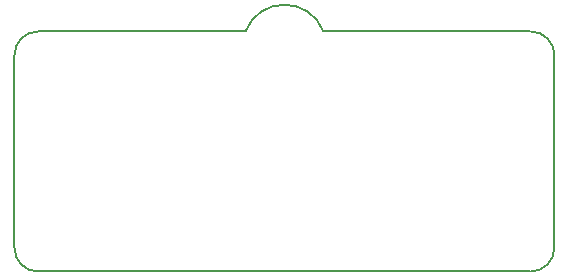
<source format=gbr>
G04 #@! TF.GenerationSoftware,KiCad,Pcbnew,(5.0.2-5)-5*
G04 #@! TF.CreationDate,2019-10-01T20:51:56+03:00*
G04 #@! TF.ProjectId,nav_panel,6e61765f-7061-46e6-956c-2e6b69636164,rev?*
G04 #@! TF.SameCoordinates,Original*
G04 #@! TF.FileFunction,Profile,NP*
%FSLAX46Y46*%
G04 Gerber Fmt 4.6, Leading zero omitted, Abs format (unit mm)*
G04 Created by KiCad (PCBNEW (5.0.2-5)-5) date 2019 October 01, Tuesday 20:51:56*
%MOMM*%
%LPD*%
G01*
G04 APERTURE LIST*
%ADD10C,0.150000*%
G04 APERTURE END LIST*
D10*
X127730000Y-100330000D02*
G75*
G02X125730000Y-98330000I0J2000000D01*
G01*
X171450000Y-98330000D02*
G75*
G02X169450000Y-100330000I-2000000J0D01*
G01*
X169450000Y-80010000D02*
G75*
G02X171450000Y-82010000I0J-2000000D01*
G01*
X125730000Y-82010000D02*
G75*
G02X127730000Y-80010000I2000000J0D01*
G01*
X151892000Y-80010000D02*
X169418000Y-80010000D01*
X145288000Y-80010000D02*
G75*
G02X151892000Y-80010000I3302000J-1270000D01*
G01*
X125730000Y-98298000D02*
X125730000Y-82042000D01*
X169418000Y-100330000D02*
X127762000Y-100330000D01*
X171450000Y-82042000D02*
X171450000Y-98298000D01*
X127762000Y-80010000D02*
X145288000Y-80010000D01*
M02*

</source>
